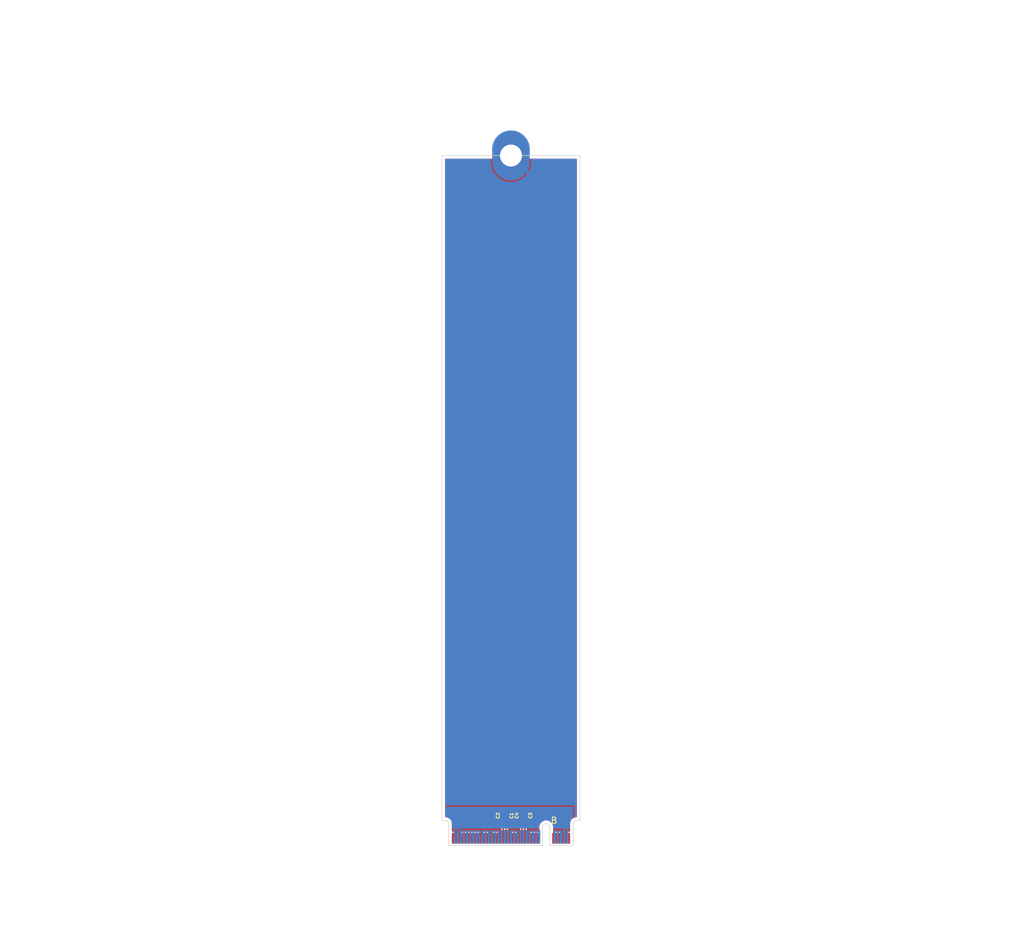
<source format=kicad_pcb>
(kicad_pcb (version 20241229) (generator "pcbnew") (generator_version "9.0")
  (layers (0 "F.Cu" signal) (2 "B.Cu" signal) (13 "F.Paste" user) (15 "B.Paste" user) (5 "F.SilkS" user "F.Silkscreen") (7 "B.SilkS" user "B.Silkscreen") (1 "F.Mask" user) (3 "B.Mask" user) (25 "Edge.Cuts" user))
  (net 0 "")
  (net 1 "/M.2 B key/PET0N")
  (net 2 "/M.2 B key/PET0P")
  (net 3 "/M.2 B key/PET1P")
  (net 4 "/M.2 B key/PET1N")
  (net 5 "GND")
  (net 6 "/CONFIG_3")
  (net 7 "+3.3V")
  (net 8 "/FULL_CARD_PWR_OFF#")
  (net 9 "/USB_D+")
  (net 10 "/W_DISABLE1#")
  (net 11 "/USB_D-")
  (net 12 "/GPIO_9{slash}LED#1")
  (net 13 "/GPIO_5")
  (net 14 "/CONFIG_0")
  (net 15 "/GPIO_6")
  (net 16 "/DPR")
  (net 17 "/GPIO_7")
  (net 18 "/GPIO_11")
  (net 19 "/GPIO_10")
  (net 20 "/GPIO_8")
  (net 21 "/UIM-RESET")
  (net 22 "/UIM-CLK")
  (net 23 "/UIM-DATA")
  (net 24 "/PER1-")
  (net 25 "/UIM-PWR")
  (net 26 "/PER1+")
  (net 27 "/DEVSLP")
  (net 28 "/GPIO_0")
  (net 29 "/GPIO_1")
  (net 30 "/GPIO_2")
  (net 31 "/GPIO_3")
  (net 32 "/PER0-")
  (net 33 "/GPIO_4")
  (net 34 "/PER0+")
  (net 35 "/PERST#")
  (net 36 "/CLKREQ#")
  (net 37 "/REFCLK-")
  (net 38 "/PEWAKE#")
  (net 39 "/REFCLK+")
  (net 42 "/ANTCTL0")
  (net 44 "/ANTCTL1")
  (net 46 "/ANTCTL2")
  (net 48 "/ANTCTL3")
  (net 49 "/SIM_DETECT")
  (net 50 "/RESET#")
  (net 51 "/SUSCLK")
  (net 52 "/CONFIG_1")
  (net 53 "/CONFIG_2")
  (net 54 "/PET0+")
  (net 55 "/PET1+")
  (net 56 "/PET1-")
  (net 57 "/PET0-")
  (footprint "Capacitor_SMD:C_0201_0603Metric" (layer "F.Cu") (at 106.91 154.22 90)
    (property "Reference" "C2" (at 0 -0.73 90) (layer "F.SilkS") (effects (font (size 0.5 0.5))))
    (property "Value" "220nF")
    (pad "1" smd roundrect (at -0.32 0 90) (size 0.46 0.4) (layers "F.Cu" "F.Mask") (net 2 "/M.2 B key/PET0P"))
    (pad "2" smd roundrect (at 0.32 0 90) (size 0.46 0.4) (layers "F.Cu" "F.Mask") (net 54 "/PET0+"))
  )
  (footprint "Capacitor_SMD:C_0201_0603Metric" (layer "F.Cu") (at 109.91 154.22 90)
    (property "Reference" "C4" (at 0 -0.72 90) (layer "F.SilkS") (effects (font (size 0.5 0.5))))
    (property "Value" "220nF")
    (pad "1" smd roundrect (at -0.32 0 90) (size 0.46 0.4) (layers "F.Cu" "F.Mask") (net 3 "/M.2 B key/PET1P"))
    (pad "2" smd roundrect (at 0.32 0 90) (size 0.46 0.4) (layers "F.Cu" "F.Mask") (net 55 "/PET1+"))
  )
  (footprint "Athena KiCAd library:M.2 Mounting Pad" (layer "F.Cu") (at 108.26 48.99)
    (property "Reference" "H1")
    (property "Value" "MountingHole_Pad")
    (pad "1" thru_hole circle (at 0 0) (size 5.5 5.5) (drill 3.5) (property pad_prop_castellated) (layers "*.Cu" "*.Mask") (net 5 "GND") (padstack (mode front_inner_back) (layer "Inner" (shape circle) (size 5.5 5.5)) (layer "B.Cu" (shape oval) (size 6 8))))
  )
  (footprint "Capacitor_SMD:C_0201_0603Metric" (layer "F.Cu") (at 110.61 154.22 90)
    (property "Reference" "C3" (at 0 0.75 90) (layer "F.SilkS") (effects (font (size 0.5 0.5))))
    (property "Value" "220nF")
    (pad "1" smd roundrect (at -0.32 0 90) (size 0.46 0.4) (layers "F.Cu" "F.Mask") (net 4 "/M.2 B key/PET1N"))
    (pad "2" smd roundrect (at 0.32 0 90) (size 0.46 0.4) (layers "F.Cu" "F.Mask") (net 56 "/PET1-"))
  )
  (footprint "PCIexpress:M.2 B Key Connector" (layer "F.Cu") (at 108.26 157.88)
    (property "Reference" "J1")
    (property "Value" "~")
    (fp_line (start -11 -2.89) (end -10.425 -2.89) (stroke (width 0.1)) (layer "Edge.Cuts"))
    (fp_line (start -9.925 -2.39) (end -9.925 1.11) (stroke (width 0.1)) (layer "Edge.Cuts"))
    (fp_line (start 5.02 -1.79) (end 5.02 1.11) (stroke (width 0.1)) (layer "Edge.Cuts"))
    (fp_line (start 5.02 1.11) (end -9.925 1.11) (stroke (width 0.1)) (layer "Edge.Cuts"))
    (fp_line (start 6.22 -1.79) (end 6.22 1.11) (stroke (width 0.1)) (layer "Edge.Cuts"))
    (fp_line (start 6.225333 1.11) (end 9.925 1.11) (stroke (width 0.1)) (layer "Edge.Cuts"))
    (fp_line (start 9.925 -2.39) (end 9.925 1.11) (stroke (width 0.1)) (layer "Edge.Cuts"))
    (fp_line (start 10.425 -2.89) (end 11 -2.89) (stroke (width 0.1)) (layer "Edge.Cuts"))
    (fp_arc (start -10.425 -2.89) (mid -10.071447 -2.743553) (end -9.925 -2.39) (stroke (width 0.1)) (layer "Edge.Cuts"))
    (fp_arc (start 5.02 -1.79) (mid 5.62 -2.39) (end 6.22 -1.79) (stroke (width 0.1)) (layer "Edge.Cuts"))
    (fp_arc (start 9.925 -2.39) (mid 10.071447 -2.743553) (end 10.425 -2.89) (stroke (width 0.1)) (layer "Edge.Cuts"))
    (fp_text user "B" (at 6.27 -2.3 0) (layer "F.SilkS") (effects (justify left bottom)))
    (pad "1" smd rect (at 9.25 -0.04 180) (size 0.35 1.7) (layers "F.Cu") (net 6 "/CONFIG_3"))
    (pad "2" smd rect (at 9 -0.29 180) (size 0.35 2.2) (layers "B.Cu") (net 7 "+3.3V"))
    (pad "3" smd rect (at 8.75 -0.04 180) (size 0.35 1.7) (layers "F.Cu") (net 5 "GND"))
    (pad "4" smd rect (at 8.5 -0.29 180) (size 0.35 2.2) (layers "B.Cu") (net 7 "+3.3V"))
    (pad "5" smd rect (at 8.25 -0.04 180) (size 0.35 1.7) (layers "F.Cu") (net 5 "GND"))
    (pad "6" smd rect (at 8 -0.29 180) (size 0.35 2.2) (layers "B.Cu") (net 8 "/FULL_CARD_PWR_OFF#"))
    (pad "7" smd rect (at 7.75 -0.04 180) (size 0.35 1.7) (layers "F.Cu") (net 9 "/USB_D+"))
    (pad "8" smd rect (at 7.5 -0.29 180) (size 0.35 2.2) (layers "B.Cu") (net 10 "/W_DISABLE1#"))
    (pad "9" smd rect (at 7.25 -0.04 180) (size 0.35 1.7) (layers "F.Cu") (net 11 "/USB_D-"))
    (pad "10" smd rect (at 7 -0.29 180) (size 0.35 2.2) (layers "B.Cu") (net 12 "/GPIO_9{slash}LED#1"))
    (pad "11" smd rect (at 6.75 -0.04 180) (size 0.35 1.7) (layers "F.Cu") (net 5 "GND"))
    (pad "20" smd rect (at 4.5 -0.29 180) (size 0.35 2.2) (layers "B.Cu") (net 13 "/GPIO_5"))
    (pad "21" smd rect (at 4.25 -0.04 180) (size 0.35 1.7) (layers "F.Cu") (net 14 "/CONFIG_0"))
    (pad "22" smd rect (at 4 -0.29 180) (size 0.35 2.2) (layers "B.Cu") (net 15 "/GPIO_6"))
    (pad "23" smd rect (at 3.75 -0.04 180) (size 0.35 1.7) (layers "F.Cu") (net 16 "/DPR"))
    (pad "24" smd rect (at 3.5 -0.29 180) (size 0.35 2.2) (layers "B.Cu") (net 17 "/GPIO_7"))
    (pad "25" smd rect (at 3.25 -0.04 180) (size 0.35 1.7) (layers "F.Cu") (net 18 "/GPIO_11"))
    (pad "26" smd rect (at 3 -0.29 180) (size 0.35 2.2) (layers "B.Cu") (net 19 "/GPIO_10"))
    (pad "27" smd rect (at 2.75 -0.04 180) (size 0.35 1.7) (layers "F.Cu") (net 5 "GND"))
    (pad "28" smd rect (at 2.5 -0.29 180) (size 0.35 2.2) (layers "B.Cu") (net 20 "/GPIO_8"))
    (pad "29" smd rect (at 2.25 -0.04 180) (size 0.35 1.7) (layers "F.Cu") (net 4 "/M.2 B key/PET1N"))
    (pad "30" smd rect (at 2 -0.29 180) (size 0.35 2.2) (layers "B.Cu") (net 21 "/UIM-RESET"))
    (pad "31" smd rect (at 1.75 -0.04 180) (size 0.35 1.7) (layers "F.Cu") (net 3 "/M.2 B key/PET1P"))
    (pad "32" smd rect (at 1.5 -0.29 180) (size 0.35 2.2) (layers "B.Cu") (net 22 "/UIM-CLK"))
    (pad "33" smd rect (at 1.25 -0.04 180) (size 0.35 1.7) (layers "F.Cu") (net 5 "GND"))
    (pad "34" smd rect (at 1 -0.29 180) (size 0.35 2.2) (layers "B.Cu") (net 23 "/UIM-DATA"))
    (pad "35" smd rect (at 0.75 -0.04 180) (size 0.35 1.7) (layers "F.Cu") (net 24 "/PER1-"))
    (pad "36" smd rect (at 0.5 -0.29 180) (size 0.35 2.2) (layers "B.Cu") (net 25 "/UIM-PWR"))
    (pad "37" smd rect (at 0.25 -0.04 180) (size 0.35 1.7) (layers "F.Cu") (net 26 "/PER1+"))
    (pad "38" smd rect (at 0 -0.29 180) (size 0.35 2.2) (layers "B.Cu") (net 27 "/DEVSLP"))
    (pad "39" smd rect (at -0.25 -0.04 180) (size 0.35 1.7) (layers "F.Cu") (net 5 "GND"))
    (pad "40" smd rect (at -0.5 -0.29 180) (size 0.35 2.2) (layers "B.Cu") (net 28 "/GPIO_0"))
    (pad "41" smd rect (at -0.75 -0.04 180) (size 0.35 1.7) (layers "F.Cu") (net 1 "/M.2 B key/PET0N"))
    (pad "42" smd rect (at -1 -0.29 180) (size 0.35 2.2) (layers "B.Cu") (net 29 "/GPIO_1"))
    (pad "43" smd rect (at -1.25 -0.04 180) (size 0.35 1.7) (layers "F.Cu") (net 2 "/M.2 B key/PET0P"))
    (pad "44" smd rect (at -1.5 -0.29 180) (size 0.35 2.2) (layers "B.Cu") (net 30 "/GPIO_2"))
    (pad "45" smd rect (at -1.75 -0.04 180) (size 0.35 1.7) (layers "F.Cu") (net 5 "GND"))
    (pad "46" smd rect (at -2 -0.29 180) (size 0.35 2.2) (layers "B.Cu") (net 31 "/GPIO_3"))
    (pad "47" smd rect (at -2.25 -0.04 180) (size 0.35 1.7) (layers "F.Cu") (net 32 "/PER0-"))
    (pad "48" smd rect (at -2.5 -0.29 180) (size 0.35 2.2) (layers "B.Cu") (net 33 "/GPIO_4"))
    (pad "49" smd rect (at -2.75 -0.04 180) (size 0.35 1.7) (layers "F.Cu") (net 34 "/PER0+"))
    (pad "50" smd rect (at -3 -0.29 180) (size 0.35 2.2) (layers "B.Cu") (net 35 "/PERST#"))
    (pad "51" smd rect (at -3.25 -0.04 180) (size 0.35 1.7) (layers "F.Cu") (net 5 "GND"))
    (pad "52" smd rect (at -3.5 -0.29 180) (size 0.35 2.2) (layers "B.Cu") (net 36 "/CLKREQ#"))
    (pad "53" smd rect (at -3.75 -0.04 180) (size 0.35 1.7) (layers "F.Cu") (net 37 "/REFCLK-"))
    (pad "54" smd rect (at -4 -0.29 180) (size 0.35 2.2) (layers "B.Cu") (net 38 "/PEWAKE#"))
    (pad "55" smd rect (at -4.25 -0.04 180) (size 0.35 1.7) (layers "F.Cu") (net 39 "/REFCLK+"))
    (pad "56" smd rect (at -4.5 -0.29 180) (size 0.35 2.2) (layers "B.Cu"))
    (pad "57" smd rect (at -4.75 -0.04 180) (size 0.35 1.7) (layers "F.Cu") (net 5 "GND"))
    (pad "58" smd rect (at -5 -0.29 180) (size 0.35 2.2) (layers "B.Cu"))
    (pad "59" smd rect (at -5.25 -0.04 180) (size 0.35 1.7) (layers "F.Cu") (net 42 "/ANTCTL0"))
    (pad "60" smd rect (at -5.5 -0.29 180) (size 0.35 2.2) (layers "B.Cu"))
    (pad "61" smd rect (at -5.75 -0.04 180) (size 0.35 1.7) (layers "F.Cu") (net 44 "/ANTCTL1"))
    (pad "62" smd rect (at -6 -0.29 180) (size 0.35 2.2) (layers "B.Cu"))
    (pad "63" smd rect (at -6.25 -0.04 180) (size 0.35 1.7) (layers "F.Cu") (net 46 "/ANTCTL2"))
    (pad "64" smd rect (at -6.5 -0.29 180) (size 0.35 2.2) (layers "B.Cu"))
    (pad "65" smd rect (at -6.75 -0.04 180) (size 0.35 1.7) (layers "F.Cu") (net 48 "/ANTCTL3"))
    (pad "66" smd rect (at -7 -0.29 180) (size 0.35 2.2) (layers "B.Cu") (net 49 "/SIM_DETECT"))
    (pad "67" smd rect (at -7.25 -0.04 180) (size 0.35 1.7) (layers "F.Cu") (net 50 "/RESET#"))
    (pad "68" smd rect (at -7.5 -0.29 180) (size 0.35 2.2) (layers "B.Cu") (net 51 "/SUSCLK"))
    (pad "69" smd rect (at -7.75 -0.04 180) (size 0.35 1.7) (layers "F.Cu") (net 52 "/CONFIG_1"))
    (pad "70" smd rect (at -8 -0.29 180) (size 0.35 2.2) (layers "B.Cu") (net 7 "+3.3V"))
    (pad "71" smd rect (at -8.25 -0.04 180) (size 0.35 1.7) (layers "F.Cu") (net 5 "GND"))
    (pad "72" smd rect (at -8.5 -0.29 180) (size 0.35 2.2) (layers "B.Cu") (net 7 "+3.3V"))
    (pad "73" smd rect (at -8.75 -0.04 180) (size 0.35 1.7) (layers "F.Cu") (net 5 "GND"))
    (pad "74" smd rect (at -9 -0.29 180) (size 0.35 2.2) (layers "B.Cu") (net 7 "+3.3V"))
    (pad "75" smd rect (at -9.25 -0.04 180) (size 0.35 1.7) (layers "F.Cu") (net 53 "/CONFIG_2"))
  )
  (footprint "Capacitor_SMD:C_0201_0603Metric" (layer "F.Cu") (at 107.61 154.22 90)
    (property "Reference" "C1" (at 0 0.73 270) (layer "F.SilkS") (effects (font (size 0.5 0.5))))
    (property "Value" "220nF")
    (pad "1" smd roundrect (at -0.32 0 90) (size 0.46 0.4) (layers "F.Cu" "F.Mask") (net 1 "/M.2 B key/PET0N"))
    (pad "2" smd roundrect (at 0.32 0 90) (size 0.46 0.4) (layers "F.Cu" "F.Mask") (net 57 "/PET0-"))
  )
  (gr_line (start 97.26 48.99) (end 97.26 154.99) (stroke (width 0.1)) (layer "Edge.Cuts"))
  (gr_line (start 119.26 48.99) (end 97.26 48.99) (stroke (width 0.1)) (layer "Edge.Cuts"))
  (gr_line (start 119.26 154.99) (end 119.26 48.99) (stroke (width 0.1)) (layer "Edge.Cuts"))
  (segment (start 107.485 155.010001) (end 107.61 154.885001) (width 0.2) (layer "F.Cu") (net 1))
  (segment (start 107.61 154.885001) (end 107.61 154.54) (width 0.2) (layer "F.Cu") (net 1))
  (segment (start 107.51 156.564999) (end 107.485 156.539999) (width 0.2) (layer "F.Cu") (net 1))
  (segment (start 107.485 156.539999) (end 107.485 155.010001) (width 0.2) (layer "F.Cu") (net 1))
  (segment (start 107.51 157.84) (end 107.51 156.564999) (width 0.2) (layer "F.Cu") (net 1))
  (segment (start 106.91 154.885001) (end 106.91 154.54) (width 0.2) (layer "F.Cu") (net 2))
  (segment (start 107.01 156.564999) (end 107.035 156.539999) (width 0.2) (layer "F.Cu") (net 2))
  (segment (start 107.035 156.539999) (end 107.035 155.010001) (width 0.2) (layer "F.Cu") (net 2))
  (segment (start 107.035 155.010001) (end 106.91 154.885001) (width 0.2) (layer "F.Cu") (net 2))
  (segment (start 107.01 157.84) (end 107.01 156.564999) (width 0.2) (layer "F.Cu") (net 2))
  (segment (start 110.035 155.010001) (end 109.91 154.885001) (width 0.2) (layer "F.Cu") (net 3))
  (segment (start 110.01 157.84) (end 110.01 156.564999) (width 0.2) (layer "F.Cu") (net 3))
  (segment (start 109.91 154.885001) (end 109.91 154.54) (width 0.2) (layer "F.Cu") (net 3))
  (segment (start 110.01 156.564999) (end 110.035 156.539999) (width 0.2) (layer "F.Cu") (net 3))
  (segment (start 110.035 156.539999) (end 110.035 155.010001) (width 0.2) (layer "F.Cu") (net 3))
  (segment (start 110.485 155.010001) (end 110.61 154.885001) (width 0.2) (layer "F.Cu") (net 4))
  (segment (start 110.61 154.885001) (end 110.61 154.54) (width 0.2) (layer "F.Cu") (net 4))
  (segment (start 110.51 156.564999) (end 110.485 156.539999) (width 0.2) (layer "F.Cu") (net 4))
  (segment (start 110.51 157.84) (end 110.51 156.564999) (width 0.2) (layer "F.Cu") (net 4))
  (segment (start 110.485 156.539999) (end 110.485 155.010001) (width 0.2) (layer "F.Cu") (net 4))
  (zone (net 5) (net_name "GND") (layers "F.Cu" "B.Cu") (connect_pads (clearance 0.15)) (min_thickness 0.15) (fill yes (thermal_gap 0.2) (thermal_bridge_width 0.5))
    (polygon (pts (xy 93.26 157.23) (xy 93.26 48.99) (xy 123.26 48.99) (xy 123.26 157.23)))
  )
  (zone (net 7) (net_name "+3.3V") (layer "B.Cu") (priority 1) (connect_pads (clearance 0.2)) (min_thickness 0.1) (fill yes (thermal_gap 0.2) (thermal_bridge_width 0.25))
    (polygon (pts (xy 118.18 157.17) (xy 118.18 152.805) (xy 118.165 152.79) (xy 97.71 152.79) (xy 97.71 157.42) (xy 117.93 157.42)))
  )
)
</source>
